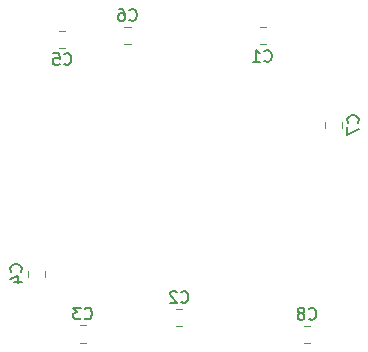
<source format=gbr>
G04 #@! TF.GenerationSoftware,KiCad,Pcbnew,6.0.9+dfsg-1*
G04 #@! TF.CreationDate,2022-12-29T14:55:31+02:00*
G04 #@! TF.ProjectId,ATF1502AS-EVB,41544631-3530-4324-9153-2d4556422e6b,rev?*
G04 #@! TF.SameCoordinates,PX2c9ce60PY9405110*
G04 #@! TF.FileFunction,Legend,Bot*
G04 #@! TF.FilePolarity,Positive*
%FSLAX46Y46*%
G04 Gerber Fmt 4.6, Leading zero omitted, Abs format (unit mm)*
G04 Created by KiCad (PCBNEW 6.0.9+dfsg-1) date 2022-12-29 14:55:31*
%MOMM*%
%LPD*%
G01*
G04 APERTURE LIST*
%ADD10C,0.150000*%
%ADD11C,0.120000*%
G04 APERTURE END LIST*
D10*
X39327142Y47796667D02*
X39374761Y47844286D01*
X39422380Y47987143D01*
X39422380Y48082381D01*
X39374761Y48225239D01*
X39279523Y48320477D01*
X39184285Y48368096D01*
X38993809Y48415715D01*
X38850952Y48415715D01*
X38660476Y48368096D01*
X38565238Y48320477D01*
X38470000Y48225239D01*
X38422380Y48082381D01*
X38422380Y47987143D01*
X38470000Y47844286D01*
X38517619Y47796667D01*
X38755714Y46939524D02*
X39422380Y46939524D01*
X38374761Y47177620D02*
X39089047Y47415715D01*
X39089047Y46796667D01*
X44726666Y43852858D02*
X44774285Y43805239D01*
X44917142Y43757620D01*
X45012380Y43757620D01*
X45155238Y43805239D01*
X45250476Y43900477D01*
X45298095Y43995715D01*
X45345714Y44186191D01*
X45345714Y44329048D01*
X45298095Y44519524D01*
X45250476Y44614762D01*
X45155238Y44710000D01*
X45012380Y44757620D01*
X44917142Y44757620D01*
X44774285Y44710000D01*
X44726666Y44662381D01*
X44393333Y44757620D02*
X43774285Y44757620D01*
X44107619Y44376667D01*
X43964761Y44376667D01*
X43869523Y44329048D01*
X43821904Y44281429D01*
X43774285Y44186191D01*
X43774285Y43948096D01*
X43821904Y43852858D01*
X43869523Y43805239D01*
X43964761Y43757620D01*
X44250476Y43757620D01*
X44345714Y43805239D01*
X44393333Y43852858D01*
X52896666Y45252858D02*
X52944285Y45205239D01*
X53087142Y45157620D01*
X53182380Y45157620D01*
X53325238Y45205239D01*
X53420476Y45300477D01*
X53468095Y45395715D01*
X53515714Y45586191D01*
X53515714Y45729048D01*
X53468095Y45919524D01*
X53420476Y46014762D01*
X53325238Y46110000D01*
X53182380Y46157620D01*
X53087142Y46157620D01*
X52944285Y46110000D01*
X52896666Y46062381D01*
X52515714Y46062381D02*
X52468095Y46110000D01*
X52372857Y46157620D01*
X52134761Y46157620D01*
X52039523Y46110000D01*
X51991904Y46062381D01*
X51944285Y45967143D01*
X51944285Y45871905D01*
X51991904Y45729048D01*
X52563333Y45157620D01*
X51944285Y45157620D01*
X59936666Y65652858D02*
X59984285Y65605239D01*
X60127142Y65557620D01*
X60222380Y65557620D01*
X60365238Y65605239D01*
X60460476Y65700477D01*
X60508095Y65795715D01*
X60555714Y65986191D01*
X60555714Y66129048D01*
X60508095Y66319524D01*
X60460476Y66414762D01*
X60365238Y66510000D01*
X60222380Y66557620D01*
X60127142Y66557620D01*
X59984285Y66510000D01*
X59936666Y66462381D01*
X58984285Y65557620D02*
X59555714Y65557620D01*
X59270000Y65557620D02*
X59270000Y66557620D01*
X59365238Y66414762D01*
X59460476Y66319524D01*
X59555714Y66271905D01*
X63716666Y43822858D02*
X63764285Y43775239D01*
X63907142Y43727620D01*
X64002380Y43727620D01*
X64145238Y43775239D01*
X64240476Y43870477D01*
X64288095Y43965715D01*
X64335714Y44156191D01*
X64335714Y44299048D01*
X64288095Y44489524D01*
X64240476Y44584762D01*
X64145238Y44680000D01*
X64002380Y44727620D01*
X63907142Y44727620D01*
X63764285Y44680000D01*
X63716666Y44632381D01*
X63145238Y44299048D02*
X63240476Y44346667D01*
X63288095Y44394286D01*
X63335714Y44489524D01*
X63335714Y44537143D01*
X63288095Y44632381D01*
X63240476Y44680000D01*
X63145238Y44727620D01*
X62954761Y44727620D01*
X62859523Y44680000D01*
X62811904Y44632381D01*
X62764285Y44537143D01*
X62764285Y44489524D01*
X62811904Y44394286D01*
X62859523Y44346667D01*
X62954761Y44299048D01*
X63145238Y44299048D01*
X63240476Y44251429D01*
X63288095Y44203810D01*
X63335714Y44108572D01*
X63335714Y43918096D01*
X63288095Y43822858D01*
X63240476Y43775239D01*
X63145238Y43727620D01*
X62954761Y43727620D01*
X62859523Y43775239D01*
X62811904Y43822858D01*
X62764285Y43918096D01*
X62764285Y44108572D01*
X62811904Y44203810D01*
X62859523Y44251429D01*
X62954761Y44299048D01*
X67847142Y60406667D02*
X67894761Y60454286D01*
X67942380Y60597143D01*
X67942380Y60692381D01*
X67894761Y60835239D01*
X67799523Y60930477D01*
X67704285Y60978096D01*
X67513809Y61025715D01*
X67370952Y61025715D01*
X67180476Y60978096D01*
X67085238Y60930477D01*
X66990000Y60835239D01*
X66942380Y60692381D01*
X66942380Y60597143D01*
X66990000Y60454286D01*
X67037619Y60406667D01*
X66942380Y60073334D02*
X66942380Y59406667D01*
X67942380Y59835239D01*
X48516666Y69132858D02*
X48564285Y69085239D01*
X48707142Y69037620D01*
X48802380Y69037620D01*
X48945238Y69085239D01*
X49040476Y69180477D01*
X49088095Y69275715D01*
X49135714Y69466191D01*
X49135714Y69609048D01*
X49088095Y69799524D01*
X49040476Y69894762D01*
X48945238Y69990000D01*
X48802380Y70037620D01*
X48707142Y70037620D01*
X48564285Y69990000D01*
X48516666Y69942381D01*
X47659523Y70037620D02*
X47850000Y70037620D01*
X47945238Y69990000D01*
X47992857Y69942381D01*
X48088095Y69799524D01*
X48135714Y69609048D01*
X48135714Y69228096D01*
X48088095Y69132858D01*
X48040476Y69085239D01*
X47945238Y69037620D01*
X47754761Y69037620D01*
X47659523Y69085239D01*
X47611904Y69132858D01*
X47564285Y69228096D01*
X47564285Y69466191D01*
X47611904Y69561429D01*
X47659523Y69609048D01*
X47754761Y69656667D01*
X47945238Y69656667D01*
X48040476Y69609048D01*
X48088095Y69561429D01*
X48135714Y69466191D01*
X42986666Y65402858D02*
X43034285Y65355239D01*
X43177142Y65307620D01*
X43272380Y65307620D01*
X43415238Y65355239D01*
X43510476Y65450477D01*
X43558095Y65545715D01*
X43605714Y65736191D01*
X43605714Y65879048D01*
X43558095Y66069524D01*
X43510476Y66164762D01*
X43415238Y66260000D01*
X43272380Y66307620D01*
X43177142Y66307620D01*
X43034285Y66260000D01*
X42986666Y66212381D01*
X42081904Y66307620D02*
X42558095Y66307620D01*
X42605714Y65831429D01*
X42558095Y65879048D01*
X42462857Y65926667D01*
X42224761Y65926667D01*
X42129523Y65879048D01*
X42081904Y65831429D01*
X42034285Y65736191D01*
X42034285Y65498096D01*
X42081904Y65402858D01*
X42129523Y65355239D01*
X42224761Y65307620D01*
X42462857Y65307620D01*
X42558095Y65355239D01*
X42605714Y65402858D01*
D11*
X39915000Y47891252D02*
X39915000Y47368748D01*
X41385000Y47891252D02*
X41385000Y47368748D01*
X44821252Y43265000D02*
X44298748Y43265000D01*
X44821252Y41795000D02*
X44298748Y41795000D01*
X52991252Y44665000D02*
X52468748Y44665000D01*
X52991252Y43195000D02*
X52468748Y43195000D01*
X60071252Y68535000D02*
X59548748Y68535000D01*
X60071252Y67065000D02*
X59548748Y67065000D01*
X63811252Y43235000D02*
X63288748Y43235000D01*
X63811252Y41765000D02*
X63288748Y41765000D01*
X66545000Y59978748D02*
X66545000Y60501252D01*
X65075000Y59978748D02*
X65075000Y60501252D01*
X48611252Y68545000D02*
X48088748Y68545000D01*
X48611252Y67075000D02*
X48088748Y67075000D01*
X42558748Y66705000D02*
X43081252Y66705000D01*
X42558748Y68175000D02*
X43081252Y68175000D01*
M02*

</source>
